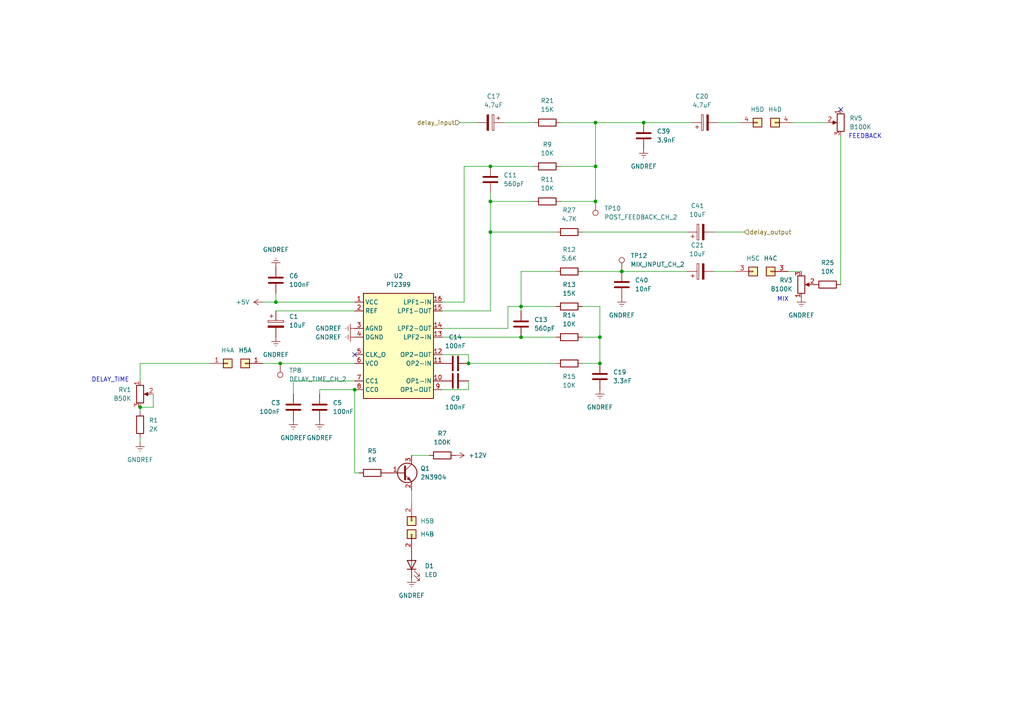
<source format=kicad_sch>
(kicad_sch (version 20231120) (generator "eeschema") (generator_version "8.0")
  (paper "A4")
  (lib_symbols
    (symbol "Audio:PT2399"
      (property "Reference" "U" (at 0 17.78 0))
      (property "Value" "PT2399" (at 0 -17.78 0))
      (symbol "PT2399_0_1"
        (rectangle (start -10.16 15.24) (end 10.16 -15.24) (stroke (width 0.254)) (fill (type background)))
      )
      (symbol "PT2399_1_1"
        (pin power_in line (at -12.7 12.7 0) (length 2.54) (name "VCC") (number "1"))
        (pin input line (at 12.7 -10.16 180) (length 2.54) (name "OP1-IN") (number "10"))
        (pin input line (at 12.7 -5.08 180) (length 2.54) (name "OP2-IN") (number "11"))
        (pin output line (at 12.7 -2.54 180) (length 2.54) (name "OP2-OUT") (number "12"))
        (pin input line (at 12.7 2.54 180) (length 2.54) (name "LPF2-IN") (number "13"))
        (pin output line (at 12.7 5.08 180) (length 2.54) (name "LPF2-OUT") (number "14"))
        (pin output line (at 12.7 10.16 180) (length 2.54) (name "LPF1-OUT") (number "15"))
        (pin input line (at 12.7 12.7 180) (length 2.54) (name "LPF1-IN") (number "16"))
        (pin passive line (at -12.7 10.16 0) (length 2.54) (name "REF") (number "2"))
        (pin power_in line (at -12.7 5.08 0) (length 2.54) (name "AGND") (number "3"))
        (pin power_in line (at -12.7 2.54 0) (length 2.54) (name "DGND") (number "4"))
        (pin passive line (at -12.7 -2.54 0) (length 2.54) (name "CLK_O") (number "5"))
        (pin passive line (at -12.7 -5.08 0) (length 2.54) (name "VCO") (number "6"))
        (pin passive line (at -12.7 -10.16 0) (length 2.54) (name "CC1") (number "7"))
        (pin passive line (at -12.7 -12.7 0) (length 2.54) (name "CC0") (number "8"))
        (pin output line (at 12.7 -12.7 180) (length 2.54) (name "OP1-OUT") (number "9"))
      )
    )
    (symbol "Connector:TestPoint" (pin_numbers hide) (pin_names (offset 0.762) hide)
      (property "Reference" "TP" (at 0 6.858 0))
      (property "Value" "TestPoint" (at 0 5.08 0))
      (symbol "TestPoint_0_1"
        (circle (center 0 3.302) (radius 0.762))
      )
      (symbol "TestPoint_1_1"
        (pin passive line (at 0 0 90) (length 2.54) (name "1") (number "1"))
      )
    )
    (symbol "Device:C" (pin_numbers hide) (pin_names (offset 0.254))
      (property "Reference" "C" (at 0.635 2.54 0))
      (property "Value" "C" (at 0.635 -2.54 0))
      (symbol "C_0_1"
        (polyline (pts (xy -2.032 -0.762) (xy 2.032 -0.762)) (stroke (width 0.508)))
        (polyline (pts (xy -2.032 0.762) (xy 2.032 0.762)) (stroke (width 0.508)))
      )
      (symbol "C_1_1"
        (pin passive line (at 0 3.81 270) (length 2.794) (name "~") (number "1"))
        (pin passive line (at 0 -3.81 90) (length 2.794) (name "~") (number "2"))
      )
    )
    (symbol "Device:C_Polarized" (pin_numbers hide) (pin_names (offset 0.254))
      (property "Reference" "C" (at 0.635 2.54 0))
      (property "Value" "C_Polarized" (at 0.635 -2.54 0))
      (symbol "C_Polarized_0_1"
        (rectangle (start -2.286 0.508) (end 2.286 1.016))
        (polyline (pts (xy -1.778 2.286) (xy -0.762 2.286)))
        (polyline (pts (xy -1.27 2.794) (xy -1.27 1.778)))
        (rectangle (start 2.286 -0.508) (end -2.286 -1.016) (fill (type outline)))
      )
      (symbol "C_Polarized_1_1"
        (pin passive line (at 0 3.81 270) (length 2.794) (name "~") (number "1"))
        (pin passive line (at 0 -3.81 90) (length 2.794) (name "~") (number "2"))
      )
    )
    (symbol "Device:R" (pin_numbers hide) (pin_names (offset 0))
      (property "Reference" "R" (at 2.032 0 90))
      (property "Value" "R" (at 0 0 90))
      (symbol "R_0_1"
        (rectangle (start -1.016 -2.54) (end 1.016 2.54) (stroke (width 0.254)))
      )
      (symbol "R_1_1"
        (pin passive line (at 0 3.81 270) (length 1.27) (name "~") (number "1"))
        (pin passive line (at 0 -3.81 90) (length 1.27) (name "~") (number "2"))
      )
    )
    (symbol "Transistor_BJT:MMBT3904" (pin_names (offset 0) hide)
      (property "Reference" "Q" (at 5.08 1.905 0))
      (property "Value" "MMBT3904" (at 5.08 0 0))
      (symbol "MMBT3904_0_1"
        (polyline (pts (xy 0.635 0.635) (xy 2.54 2.54)))
        (polyline (pts (xy 0.635 -0.635) (xy 2.54 -2.54) (xy 2.54 -2.54)))
        (polyline (pts (xy 0.635 1.905) (xy 0.635 -1.905) (xy 0.635 -1.905)) (stroke (width 0.508)))
        (polyline (pts (xy 1.27 -1.778) (xy 1.778 -1.27) (xy 2.286 -2.286) (xy 1.27 -1.778) (xy 1.27 -1.778)) (fill (type outline)))
        (circle (center 1.27 0) (radius 2.8194) (stroke (width 0.254)))
      )
      (symbol "MMBT3904_1_1"
        (pin input line (at -5.08 0 0) (length 5.715) (name "B") (number "1"))
        (pin passive line (at 2.54 -5.08 90) (length 2.54) (name "E") (number "2"))
        (pin passive line (at 2.54 5.08 270) (length 2.54) (name "C") (number "3"))
      )
    )
    (symbol "power:+12V" (power) (pin_numbers hide) (pin_names (offset 0) hide)
      (property "Value" "+12V" (at 0 3.556 0))
      (symbol "+12V_0_1"
        (polyline (pts (xy -0.762 1.27) (xy 0 2.54)))
        (polyline (pts (xy 0 0) (xy 0 2.54)))
        (polyline (pts (xy 0 2.54) (xy 0.762 1.27)))
      )
      (symbol "+12V_1_1"
        (pin power_in line (at 0 0 90) (length 0) (name "~") (number "1"))
      )
    )
    (symbol "power:+5V" (power) (pin_numbers hide) (pin_names (offset 0) hide)
      (property "Value" "+5V" (at 0 3.556 0))
      (symbol "+5V_0_1"
        (polyline (pts (xy -0.762 1.27) (xy 0 2.54)))
        (polyline (pts (xy 0 0) (xy 0 2.54)))
        (polyline (pts (xy 0 2.54) (xy 0.762 1.27)))
      )
      (symbol "+5V_1_1"
        (pin power_in line (at 0 0 90) (length 0) (name "~") (number "1"))
      )
    )
    (symbol "power:GNDREF" (power) (pin_numbers hide) (pin_names (offset 0) hide)
      (property "Value" "GNDREF" (at 0 -3.81 0))
      (symbol "GNDREF_0_1"
        (polyline (pts (xy -0.635 -1.905) (xy 0.635 -1.905)))
        (polyline (pts (xy -0.127 -2.54) (xy 0.127 -2.54)))
        (polyline (pts (xy 0 -1.27) (xy 0 0)))
        (polyline (pts (xy 1.27 -1.27) (xy -1.27 -1.27)))
      )
      (symbol "GNDREF_1_1"
        (pin power_in line (at 0 0 270) (length 0) (name "~") (number "1"))
      )
    )
    (symbol "synth:LED (3mm)" (pin_numbers hide) (pin_names (offset 1.016) hide)
      (property "Reference" "D" (at 0 2.54 0))
      (property "Value" "LED" (at 0 -2.54 0))
      (symbol "LED (3mm)_0_1"
        (polyline (pts (xy -1.27 -1.27) (xy -1.27 1.27)) (stroke (width 0.254)))
        (polyline (pts (xy -1.27 0) (xy 1.27 0)))
        (polyline (pts (xy 1.27 -1.27) (xy 1.27 1.27) (xy -1.27 0) (xy 1.27 -1.27)) (stroke (width 0.254)))
        (polyline (pts (xy -3.048 -0.762) (xy -4.572 -2.286) (xy -3.81 -2.286) (xy -4.572 -2.286) (xy -4.572 -1.524)))
        (polyline (pts (xy -1.778 -0.762) (xy -3.302 -2.286) (xy -2.54 -2.286) (xy -3.302 -2.286) (xy -3.302 -1.524)))
      )
      (symbol "LED (3mm)_1_1"
        (pin passive line (at -3.81 0 0) (length 2.54) (name "K") (number "1"))
        (pin passive line (at 3.81 0 180) (length 2.54) (name "A") (number "2"))
      )
    )
    (symbol "synth:PinHeader_01x04" (pin_names (offset 1.016) hide)
      (property "Reference" "H" (at 0 2.54 0))
      (property "Value" "PinHeader_01x04" (at 0 -2.54 0))
      (symbol "PinHeader_01x04_1_1"
        (rectangle (start -1.27 0.127) (end 0 -0.127) (stroke (width 0.1524)))
        (rectangle (start -1.27 1.27) (end 1.27 -1.27) (stroke (width 0.254)) (fill (type background)))
        (pin passive line (at -5.08 0 0) (length 3.81) (name "Pin_1") (number "1"))
      )
      (symbol "PinHeader_01x04_2_1"
        (rectangle (start -1.27 0.127) (end 0 -0.127) (stroke (width 0.1524)))
        (rectangle (start -1.27 1.27) (end 1.27 -1.27) (stroke (width 0.254)) (fill (type background)))
        (pin passive line (at -5.08 0 0) (length 3.81) (name "Pin_2") (number "2"))
      )
      (symbol "PinHeader_01x04_3_1"
        (rectangle (start -1.27 0.127) (end 0 -0.127) (stroke (width 0.1524)))
        (rectangle (start -1.27 1.27) (end 1.27 -1.27) (stroke (width 0.254)) (fill (type background)))
        (pin passive line (at -5.08 0 0) (length 3.81) (name "Pin_3") (number "3"))
      )
      (symbol "PinHeader_01x04_4_1"
        (rectangle (start -1.27 0.127) (end 0 -0.127) (stroke (width 0.1524)))
        (rectangle (start -1.27 1.27) (end 1.27 -1.27) (stroke (width 0.254)) (fill (type background)))
        (pin passive line (at -5.08 0 0) (length 3.81) (name "Pin_4") (number "4"))
      )
    )
    (symbol "synth:PinSocket_01x04" (pin_names (offset 1.016) hide)
      (property "Reference" "H" (at 0 2.54 0))
      (property "Value" "PinSocket_01x04" (at 0 -2.54 0))
      (symbol "PinSocket_01x04_1_1"
        (rectangle (start -1.27 0.127) (end 0 -0.127) (stroke (width 0.1524)))
        (rectangle (start -1.27 1.27) (end 1.27 -1.27) (stroke (width 0.254)) (fill (type background)))
        (pin passive line (at -5.08 0 0) (length 3.81) (name "Pin_1") (number "1"))
      )
      (symbol "PinSocket_01x04_2_1"
        (rectangle (start -1.27 0.127) (end 0 -0.127) (stroke (width 0.1524)))
        (rectangle (start -1.27 1.27) (end 1.27 -1.27) (stroke (width 0.254)) (fill (type background)))
        (pin passive line (at -5.08 0 0) (length 3.81) (name "Pin_2") (number "2"))
      )
      (symbol "PinSocket_01x04_3_1"
        (rectangle (start -1.27 0.127) (end 0 -0.127) (stroke (width 0.1524)))
        (rectangle (start -1.27 1.27) (end 1.27 -1.27) (stroke (width 0.254)) (fill (type background)))
        (pin passive line (at -5.08 0 0) (length 3.81) (name "Pin_3") (number "3"))
      )
      (symbol "PinSocket_01x04_4_1"
        (rectangle (start -1.27 0.127) (end 0 -0.127) (stroke (width 0.1524)))
        (rectangle (start -1.27 1.27) (end 1.27 -1.27) (stroke (width 0.254)) (fill (type background)))
        (pin passive line (at -5.08 0 0) (length 3.81) (name "Pin_4") (number "4"))
      )
    )
    (symbol "synth:R_Potentiometer (P0915N)" (pin_names (offset 1.016) hide)
      (property "Reference" "RV" (at -4.445 0 90))
      (property "Value" "R_Potentiometer" (at -2.54 0 90))
      (symbol "R_Potentiometer (P0915N)_0_1"
        (rectangle (start -1.016 2.54) (end 1.016 -2.54) (stroke (width 0.254)))
        (polyline (pts (xy 2.54 0) (xy 1.524 0)))
        (polyline (pts (xy 1.143 0) (xy 2.286 0.508) (xy 2.286 -0.508) (xy 1.143 0)) (fill (type outline)))
      )
      (symbol "R_Potentiometer (P0915N)_1_1"
        (pin passive line (at 0 3.81 270) (length 1.27) (name "1") (number "1"))
        (pin passive line (at 3.81 0 180) (length 1.27) (name "2") (number "2"))
        (pin passive line (at 0 -3.81 90) (length 1.27) (name "3") (number "3"))
      )
    )
  )
  (junction (at 172.72 48.26))
  (junction (at 142.24 58.42))
  (junction (at 173.99 97.79))
  (junction (at 40.64 118.11))
  (junction (at 186.69 35.56))
  (junction (at 142.24 48.26))
  (junction (at 80.01 87.63))
  (junction (at 151.13 88.9))
  (junction (at 173.99 105.41))
  (junction (at 142.24 67.31))
  (junction (at 135.89 105.41))
  (junction (at 81.28 105.41))
  (junction (at 172.72 35.56))
  (junction (at 151.13 97.79))
  (junction (at 172.72 58.42))
  (junction (at 180.34 78.74))
  (junction (at 102.87 113.03))
  (no_connect (at 102.87 102.87))
  (no_connect (at 243.84 31.75))
  (wire (pts (xy 151.13 78.74) (xy 151.13 88.9)))
  (wire (pts (xy 44.45 114.3) (xy 44.45 118.11)))
  (wire (pts (xy 92.71 113.03) (xy 102.87 113.03)))
  (wire (pts (xy 104.14 137.16) (xy 102.87 137.16)))
  (wire (pts (xy 80.01 85.09) (xy 80.01 87.63)))
  (wire (pts (xy 135.89 105.41) (xy 161.29 105.41)))
  (wire (pts (xy 134.62 48.26) (xy 142.24 48.26)))
  (wire (pts (xy 135.89 102.87) (xy 128.27 102.87)))
  (wire (pts (xy 142.24 67.31) (xy 161.29 67.31)))
  (wire (pts (xy 128.27 90.17) (xy 142.24 90.17)))
  (wire (pts (xy 172.72 35.56) (xy 172.72 48.26)))
  (wire (pts (xy 142.24 55.88) (xy 142.24 58.42)))
  (wire (pts (xy 40.64 128.27) (xy 40.64 127)))
  (wire (pts (xy 142.24 48.26) (xy 154.94 48.26)))
  (wire (pts (xy 133.35 35.56) (xy 138.43 35.56)))
  (wire (pts (xy 186.69 35.56) (xy 200.66 35.56)))
  (wire (pts (xy 134.62 87.63) (xy 128.27 87.63)))
  (wire (pts (xy 81.28 105.41) (xy 76.2 105.41)))
  (wire (pts (xy 162.56 58.42) (xy 172.72 58.42)))
  (wire (pts (xy 44.45 118.11) (xy 40.64 118.11)))
  (wire (pts (xy 180.34 78.74) (xy 199.39 78.74)))
  (wire (pts (xy 229.87 35.56) (xy 240.03 35.56)))
  (wire (pts (xy 243.84 82.55) (xy 243.84 39.37)))
  (wire (pts (xy 128.27 97.79) (xy 151.13 97.79)))
  (wire (pts (xy 161.29 78.74) (xy 151.13 78.74)))
  (wire (pts (xy 80.01 90.17) (xy 102.87 90.17)))
  (wire (pts (xy 81.28 105.41) (xy 102.87 105.41)))
  (wire (pts (xy 40.64 105.41) (xy 60.96 105.41)))
  (wire (pts (xy 151.13 97.79) (xy 161.29 97.79)))
  (wire (pts (xy 173.99 97.79) (xy 173.99 105.41)))
  (wire (pts (xy 80.01 87.63) (xy 102.87 87.63)))
  (wire (pts (xy 162.56 48.26) (xy 172.72 48.26)))
  (wire (pts (xy 151.13 88.9) (xy 151.13 90.17)))
  (wire (pts (xy 146.05 35.56) (xy 154.94 35.56)))
  (wire (pts (xy 85.09 114.3) (xy 85.09 110.49)))
  (wire (pts (xy 161.29 88.9) (xy 151.13 88.9)))
  (wire (pts (xy 172.72 35.56) (xy 186.69 35.56)))
  (wire (pts (xy 207.01 78.74) (xy 213.36 78.74)))
  (wire (pts (xy 40.64 110.49) (xy 40.64 105.41)))
  (wire (pts (xy 162.56 35.56) (xy 172.72 35.56)))
  (wire (pts (xy 172.72 48.26) (xy 172.72 58.42)))
  (wire (pts (xy 207.01 67.31) (xy 215.9 67.31)))
  (wire (pts (xy 173.99 88.9) (xy 173.99 97.79)))
  (wire (pts (xy 76.2 87.63) (xy 80.01 87.63)))
  (wire (pts (xy 147.32 95.25) (xy 147.32 88.9)))
  (wire (pts (xy 40.64 119.38) (xy 40.64 118.11)))
  (wire (pts (xy 124.46 132.08) (xy 119.38 132.08)))
  (wire (pts (xy 135.89 102.87) (xy 135.89 105.41)))
  (wire (pts (xy 168.91 78.74) (xy 180.34 78.74)))
  (wire (pts (xy 147.32 88.9) (xy 151.13 88.9)))
  (wire (pts (xy 119.38 146.05) (xy 119.38 142.24)))
  (wire (pts (xy 135.89 113.03) (xy 128.27 113.03)))
  (wire (pts (xy 168.91 88.9) (xy 173.99 88.9)))
  (wire (pts (xy 135.89 110.49) (xy 135.89 113.03)))
  (wire (pts (xy 85.09 110.49) (xy 102.87 110.49)))
  (wire (pts (xy 208.28 35.56) (xy 214.63 35.56)))
  (wire (pts (xy 142.24 58.42) (xy 154.94 58.42)))
  (wire (pts (xy 173.99 105.41) (xy 168.91 105.41)))
  (wire (pts (xy 168.91 67.31) (xy 199.39 67.31)))
  (wire (pts (xy 102.87 113.03) (xy 102.87 137.16)))
  (wire (pts (xy 228.6 78.74) (xy 232.41 78.74)))
  (wire (pts (xy 128.27 95.25) (xy 147.32 95.25)))
  (wire (pts (xy 134.62 87.63) (xy 134.62 48.26)))
  (wire (pts (xy 142.24 58.42) (xy 142.24 67.31)))
  (wire (pts (xy 168.91 97.79) (xy 173.99 97.79)))
  (wire (pts (xy 142.24 67.31) (xy 142.24 90.17)))
  (wire (pts (xy 92.71 114.3) (xy 92.71 113.03)))
  (text "MIX" (at 227.076 86.868 0) (effects (font (size 1.27 1.27))))
  (text "FEEDBACK" (at 250.952 39.624 0) (effects (font (size 1.27 1.27))))
  (text "DELAY_TIME" (at 32.004 110.236 0) (effects (font (size 1.27 1.27))))
  (hierarchical_label "delay_input" (shape input) (at 133.35 35.56 180))
  (hierarchical_label "delay_output" (shape input) (at 215.9 67.31 0))
  (symbol (lib_id "Device:R") (at 165.1 67.31 90) (unit 1)
    (property "Reference" "R27" (at 165.1 60.96 90))
    (property "Value" "4.7K" (at 165.1 63.5 90))
    (property "Footprint" "Resistor_SMD:R_0805_2012Metric_Pad1.20x1.40mm_HandSolder" (effects (hide yes)))
    (property "Description" "Resistor" (effects (hide yes)))
  )
  (symbol (lib_id "Device:R") (at 240.03 82.55 270) (unit 1)
    (property "Reference" "R25" (at 240.03 76.2 90))
    (property "Value" "10K" (at 240.03 78.74 90))
    (property "Footprint" "Resistor_SMD:R_0805_2012Metric_Pad1.20x1.40mm_HandSolder" (effects (hide yes)))
    (property "Description" "Resistor" (effects (hide yes)))
  )
  (symbol (lib_id "Device:C") (at 180.34 82.55 0) (unit 1)
    (property "Reference" "C40" (at 184.15 81.2799 0) (effects (justify left)))
    (property "Value" "10nF" (at 184.15 83.8199 0) (effects (justify left)))
    (property "Footprint" "Capacitor_SMD:C_0805_2012Metric_Pad1.18x1.45mm_HandSolder" (effects (hide yes)))
    (property "Description" "Unpolarized capacitor" (effects (hide yes)))
  )
  (symbol (lib_id "power:GNDREF") (at 80.01 97.79 0) (unit 1)
    (property "Reference" "#PWR06" (effects (hide yes)))
    (property "Value" "GNDREF" (at 80.01 102.87 0))
    (property "Description" "Power symbol creates a global label with name \"GNDREF\" , reference supply ground" (effects (hide yes)))
  )
  (symbol (lib_id "synth:R_Potentiometer (P0915N)") (at 40.64 114.3 0) (unit 1)
    (property "Reference" "RV1" (at 38.1 113.0299 0) (effects (justify right)))
    (property "Value" "B50K" (at 38.1 115.5699 0) (effects (justify right)))
    (property "Footprint" "Synth:Potentiometer_TT_P0915N" (effects (hide yes)))
    (property "Description" "Potentiometer" (effects (hide yes)))
  )
  (symbol (lib_id "synth:PinSocket_01x04") (at 119.38 151.13 270) (unit 2)
    (property "Reference" "H5" (at 121.92 151.1299 90) (effects (justify left)))
    (property "Value" "PinSocket_01x04" (effects (hide yes)))
    (property "Footprint" "Synth:PinSocket_1x04_P2.54mm_Vertical" (effects (hide yes)))
    (property "Description" "Generic connector, single row, 01x01, script generated (kicad-library-utils/schlib/autogen/connector/)" (effects (hide yes)))
  )
  (symbol (lib_id "Device:C_Polarized") (at 142.24 35.56 270) (unit 1)
    (property "Reference" "C17" (at 143.129 27.94 90))
    (property "Value" "4.7uF" (at 143.129 30.48 90))
    (property "Footprint" "Capacitor_THT:CP_Radial_D4.0mm_P2.00mm" (effects (hide yes)))
    (property "Description" "Polarized capacitor" (effects (hide yes)))
  )
  (symbol (lib_id "Device:C_Polarized") (at 203.2 67.31 90) (unit 1)
    (property "Reference" "C41" (at 202.311 59.69 90))
    (property "Value" "10uF" (at 202.311 62.23 90))
    (property "Footprint" "Capacitor_THT:CP_Radial_D4.0mm_P2.00mm" (effects (hide yes)))
    (property "Description" "Polarized capacitor" (effects (hide yes)))
  )
  (symbol (lib_id "power:GNDREF") (at 180.34 86.36 0) (unit 1)
    (property "Reference" "#PWR063" (effects (hide yes)))
    (property "Value" "GNDREF" (at 180.34 91.44 0))
    (property "Description" "Power symbol creates a global label with name \"GNDREF\" , reference supply ground" (effects (hide yes)))
  )
  (symbol (lib_id "power:GNDREF") (at 85.09 121.92 0) (unit 1)
    (property "Reference" "#PWR09" (effects (hide yes)))
    (property "Value" "GNDREF" (at 85.09 127 0))
    (property "Description" "Power symbol creates a global label with name \"GNDREF\" , reference supply ground" (effects (hide yes)))
  )
  (symbol (lib_id "power:GNDREF") (at 186.69 43.18 0) (unit 1)
    (property "Reference" "#PWR062" (effects (hide yes)))
    (property "Value" "GNDREF" (at 186.69 48.26 0))
    (property "Description" "Power symbol creates a global label with name \"GNDREF\" , reference supply ground" (effects (hide yes)))
  )
  (symbol (lib_id "synth:LED (3mm)") (at 119.38 163.83 90) (unit 1)
    (property "Reference" "D1" (at 123.19 164.1474 90) (effects (justify right)))
    (property "Value" "LED" (at 123.19 166.6874 90) (effects (justify right)))
    (property "Footprint" "Synth:LED_D3.0mm" (effects (hide yes)))
    (property "Description" "Light emitting diode" (effects (hide yes)))
  )
  (symbol (lib_id "Device:R") (at 165.1 105.41 90) (unit 1)
    (property "Reference" "R15" (at 165.1 109.22 90))
    (property "Value" "10K" (at 165.1 111.76 90))
    (property "Footprint" "Resistor_SMD:R_0805_2012Metric_Pad1.20x1.40mm_HandSolder" (effects (hide yes)))
    (property "Description" "Resistor" (effects (hide yes)))
  )
  (symbol (lib_id "synth:PinSocket_01x04") (at 71.12 105.41 180) (unit 1)
    (property "Reference" "H5" (at 71.12 101.6 0))
    (property "Value" "PinSocket_01x04" (effects (hide yes)))
    (property "Footprint" "Synth:PinSocket_1x04_P2.54mm_Vertical" (effects (hide yes)))
    (property "Description" "Generic connector, single row, 01x01, script generated (kicad-library-utils/schlib/autogen/connector/)" (effects (hide yes)))
  )
  (symbol (lib_id "power:GNDREF") (at 232.41 86.36 0) (unit 1)
    (property "Reference" "#PWR052" (effects (hide yes)))
    (property "Value" "GNDREF" (at 232.41 91.44 0))
    (property "Description" "Power symbol creates a global label with name \"GNDREF\" , reference supply ground" (effects (hide yes)))
  )
  (symbol (lib_id "Device:C") (at 85.09 118.11 0) (unit 1)
    (property "Reference" "C3" (at 81.28 116.8399 0) (effects (justify right)))
    (property "Value" "100nF" (at 81.28 119.3799 0) (effects (justify right)))
    (property "Footprint" "Capacitor_SMD:C_0805_2012Metric_Pad1.18x1.45mm_HandSolder" (effects (hide yes)))
    (property "Description" "Unpolarized capacitor" (effects (hide yes)))
  )
  (symbol (lib_id "Device:C") (at 132.08 110.49 90) (unit 1)
    (property "Reference" "C9" (at 132.08 115.57 90))
    (property "Value" "100nF" (at 132.08 118.11 90))
    (property "Footprint" "Capacitor_SMD:C_0805_2012Metric_Pad1.18x1.45mm_HandSolder" (effects (hide yes)))
    (property "Description" "Unpolarized capacitor" (effects (hide yes)))
  )
  (symbol (lib_id "power:GNDREF") (at 173.99 113.03 0) (unit 1)
    (property "Reference" "#PWR051" (effects (hide yes)))
    (property "Value" "GNDREF" (at 173.99 118.11 0))
    (property "Description" "Power symbol creates a global label with name \"GNDREF\" , reference supply ground" (effects (hide yes)))
  )
  (symbol (lib_id "Device:C") (at 151.13 93.98 0) (unit 1)
    (property "Reference" "C13" (at 154.94 92.7099 0) (effects (justify left)))
    (property "Value" "560pF" (at 154.94 95.2499 0) (effects (justify left)))
    (property "Footprint" "Capacitor_SMD:C_0805_2012Metric_Pad1.18x1.45mm_HandSolder" (effects (hide yes)))
    (property "Description" "Unpolarized capacitor" (effects (hide yes)))
  )
  (symbol (lib_id "power:+12V") (at 132.08 132.08 270) (unit 1)
    (property "Reference" "#PWR022" (effects (hide yes)))
    (property "Value" "+12V" (at 135.89 132.0799 90) (effects (justify left)))
    (property "Description" "Power symbol creates a global label with name \"+12V\"" (effects (hide yes)))
  )
  (symbol (lib_id "Device:R") (at 165.1 97.79 90) (unit 1)
    (property "Reference" "R14" (at 165.1 91.44 90))
    (property "Value" "10K" (at 165.1 93.98 90))
    (property "Footprint" "Resistor_SMD:R_0805_2012Metric_Pad1.20x1.40mm_HandSolder" (effects (hide yes)))
    (property "Description" "Resistor" (effects (hide yes)))
  )
  (symbol (lib_id "Device:C") (at 173.99 109.22 0) (unit 1)
    (property "Reference" "C19" (at 177.8 107.9499 0) (effects (justify left)))
    (property "Value" "3.3nF" (at 177.8 110.4899 0) (effects (justify left)))
    (property "Footprint" "Capacitor_SMD:C_0805_2012Metric_Pad1.18x1.45mm_HandSolder" (effects (hide yes)))
    (property "Description" "Unpolarized capacitor" (effects (hide yes)))
  )
  (symbol (lib_id "power:GNDREF") (at 119.38 167.64 0) (unit 1)
    (property "Reference" "#PWR019" (effects (hide yes)))
    (property "Value" "GNDREF" (at 119.38 172.72 0))
    (property "Description" "Power symbol creates a global label with name \"GNDREF\" , reference supply ground" (effects (hide yes)))
  )
  (symbol (lib_id "Transistor_BJT:MMBT3904") (at 116.84 137.16 0) (unit 1)
    (property "Reference" "Q1" (at 121.92 135.8899 0) (effects (justify left)))
    (property "Value" "2N3904" (at 121.92 138.4299 0) (effects (justify left)))
    (property "Footprint" "Package_TO_SOT_SMD:SOT-23" (effects (hide yes)))
    (property "Datasheet" "https://www.onsemi.com/pdf/datasheet/pzt3904-d.pdf" (effects (hide yes)))
    (property "Description" "0.2A Ic, 40V Vce, Small Signal NPN Transistor, SOT-23" (effects (hide yes)))
  )
  (symbol (lib_id "synth:R_Potentiometer (P0915N)") (at 243.84 35.56 0) (mirror y) (unit 1)
    (property "Reference" "RV5" (at 246.38 34.2899 0) (effects (justify right)))
    (property "Value" "B100K" (at 246.38 36.8299 0) (effects (justify right)))
    (property "Footprint" "Synth:Potentiometer_TT_P0915N" (effects (hide yes)))
    (property "Description" "Potentiometer" (effects (hide yes)))
  )
  (symbol (lib_id "Device:R") (at 158.75 58.42 90) (unit 1)
    (property "Reference" "R11" (at 158.75 52.07 90))
    (property "Value" "10K" (at 158.75 54.61 90))
    (property "Footprint" "Resistor_SMD:R_0805_2012Metric_Pad1.20x1.40mm_HandSolder" (effects (hide yes)))
    (property "Description" "Resistor" (effects (hide yes)))
  )
  (symbol (lib_id "Device:R") (at 128.27 132.08 90) (unit 1)
    (property "Reference" "R7" (at 128.27 125.73 90))
    (property "Value" "100K" (at 128.27 128.27 90))
    (property "Footprint" "Resistor_SMD:R_0805_2012Metric_Pad1.20x1.40mm_HandSolder" (effects (hide yes)))
    (property "Description" "Resistor" (effects (hide yes)))
  )
  (symbol (lib_id "Device:R") (at 165.1 88.9 90) (unit 1)
    (property "Reference" "R13" (at 165.1 82.55 90))
    (property "Value" "15K" (at 165.1 85.09 90))
    (property "Footprint" "Resistor_SMD:R_0805_2012Metric_Pad1.20x1.40mm_HandSolder" (effects (hide yes)))
    (property "Description" "Resistor" (effects (hide yes)))
  )
  (symbol (lib_id "Device:C") (at 142.24 52.07 0) (unit 1)
    (property "Reference" "C11" (at 146.05 50.7999 0) (effects (justify left)))
    (property "Value" "560pF" (at 146.05 53.3399 0) (effects (justify left)))
    (property "Footprint" "Capacitor_SMD:C_0805_2012Metric_Pad1.18x1.45mm_HandSolder" (effects (hide yes)))
    (property "Description" "Unpolarized capacitor" (effects (hide yes)))
  )
  (symbol (lib_id "synth:PinHeader_01x04") (at 224.79 35.56 180) (unit 4)
    (property "Reference" "H4" (at 224.79 31.75 0))
    (property "Value" "PinHeader_01x04" (effects (hide yes)))
    (property "Footprint" "Synth:PinHeader_1x04_P2.54mm_Vertical" (effects (hide yes)))
    (property "Description" "Generic connector, single row, 01x01, script generated (kicad-library-utils/schlib/autogen/connector/)" (effects (hide yes)))
  )
  (symbol (lib_id "Connector:TestPoint") (at 172.72 58.42 180) (unit 1) (in_bom no)
    (property "Reference" "TP10" (at 175.26 60.4519 0) (effects (justify right)))
    (property "Value" "POST_FEEDBACK_CH_2" (at 175.26 62.9919 0) (effects (justify right)))
    (property "Footprint" "Connector_Pin:Pin_D1.0mm_L10.0mm" (effects (hide yes)))
    (property "Description" "test point" (effects (hide yes)))
  )
  (symbol (lib_id "Device:C_Polarized") (at 204.47 35.56 90) (unit 1)
    (property "Reference" "C20" (at 203.581 27.94 90))
    (property "Value" "4.7uF" (at 203.581 30.48 90))
    (property "Footprint" "Capacitor_THT:CP_Radial_D4.0mm_P2.00mm" (effects (hide yes)))
    (property "Description" "Polarized capacitor" (effects (hide yes)))
  )
  (symbol (lib_id "Connector:TestPoint") (at 180.34 78.74 0) (unit 1) (in_bom no)
    (property "Reference" "TP12" (at 182.88 74.1679 0) (effects (justify left)))
    (property "Value" "MIX_INPUT_CH_2" (at 182.88 76.7079 0) (effects (justify left)))
    (property "Footprint" "Connector_Pin:Pin_D1.0mm_L10.0mm" (effects (hide yes)))
    (property "Description" "test point" (effects (hide yes)))
  )
  (symbol (lib_id "power:GNDREF") (at 102.87 95.25 270) (unit 1)
    (property "Reference" "#PWR061" (effects (hide yes)))
    (property "Value" "GNDREF" (at 99.06 95.2499 90) (effects (justify right)))
    (property "Description" "Power symbol creates a global label with name \"GNDREF\" , reference supply ground" (effects (hide yes)))
  )
  (symbol (lib_id "synth:PinSocket_01x04") (at 219.71 35.56 0) (unit 4)
    (property "Reference" "H5" (at 219.71 31.75 0))
    (property "Value" "PinSocket_01x04" (effects (hide yes)))
    (property "Footprint" "Synth:PinSocket_1x04_P2.54mm_Vertical" (effects (hide yes)))
    (property "Description" "Generic connector, single row, 01x01, script generated (kicad-library-utils/schlib/autogen/connector/)" (effects (hide yes)))
  )
  (symbol (lib_id "power:GNDREF") (at 40.64 128.27 0) (unit 1)
    (property "Reference" "#PWR01" (effects (hide yes)))
    (property "Value" "GNDREF" (at 40.64 133.35 0))
    (property "Description" "Power symbol creates a global label with name \"GNDREF\" , reference supply ground" (effects (hide yes)))
  )
  (symbol (lib_id "Audio:PT2399") (at 115.57 100.33 0) (unit 1)
    (property "Reference" "U2" (at 115.57 80.01 0))
    (property "Value" "PT2399" (at 115.57 82.55 0))
    (property "Footprint" "Package_DIP:DIP-16_W7.62mm_Socket_LongPads" (effects (hide yes)))
    (property "Datasheet" "http://www.princeton.com.tw/Portals/0/Product/PT2399_1.pdf" (effects (hide yes)))
    (property "Description" "Echo Processor IC, DIP-16" (effects (hide yes)))
  )
  (symbol (lib_id "synth:PinHeader_01x04") (at 223.52 78.74 180) (unit 3)
    (property "Reference" "H4" (at 223.52 74.93 0))
    (property "Value" "PinHeader_01x04" (effects (hide yes)))
    (property "Footprint" "Synth:PinHeader_1x04_P2.54mm_Vertical" (effects (hide yes)))
    (property "Description" "Generic connector, single row, 01x01, script generated (kicad-library-utils/schlib/autogen/connector/)" (effects (hide yes)))
  )
  (symbol (lib_id "Device:R") (at 158.75 48.26 90) (unit 1)
    (property "Reference" "R9" (at 158.75 41.91 90))
    (property "Value" "10K" (at 158.75 44.45 90))
    (property "Footprint" "Resistor_SMD:R_0805_2012Metric_Pad1.20x1.40mm_HandSolder" (effects (hide yes)))
    (property "Description" "Resistor" (effects (hide yes)))
  )
  (symbol (lib_id "Device:R") (at 158.75 35.56 90) (unit 1)
    (property "Reference" "R21" (at 158.75 29.21 90))
    (property "Value" "15K" (at 158.75 31.75 90))
    (property "Footprint" "Resistor_SMD:R_0805_2012Metric_Pad1.20x1.40mm_HandSolder" (effects (hide yes)))
    (property "Description" "Resistor" (effects (hide yes)))
  )
  (symbol (lib_id "Device:R") (at 107.95 137.16 90) (unit 1)
    (property "Reference" "R5" (at 107.95 130.81 90))
    (property "Value" "1K" (at 107.95 133.35 90))
    (property "Footprint" "Resistor_SMD:R_0805_2012Metric_Pad1.20x1.40mm_HandSolder" (effects (hide yes)))
    (property "Description" "Resistor" (effects (hide yes)))
  )
  (symbol (lib_id "synth:PinSocket_01x04") (at 218.44 78.74 0) (unit 3)
    (property "Reference" "H5" (at 218.44 74.93 0))
    (property "Value" "PinSocket_01x04" (effects (hide yes)))
    (property "Footprint" "Synth:PinSocket_1x04_P2.54mm_Vertical" (effects (hide yes)))
    (property "Description" "Generic connector, single row, 01x01, script generated (kicad-library-utils/schlib/autogen/connector/)" (effects (hide yes)))
  )
  (symbol (lib_id "synth:PinHeader_01x04") (at 66.04 105.41 0) (unit 1)
    (property "Reference" "H4" (at 66.04 101.6 0))
    (property "Value" "PinHeader_01x04" (effects (hide yes)))
    (property "Footprint" "Synth:PinHeader_1x04_P2.54mm_Vertical" (effects (hide yes)))
    (property "Description" "Generic connector, single row, 01x01, script generated (kicad-library-utils/schlib/autogen/connector/)" (effects (hide yes)))
  )
  (symbol (lib_id "Device:C") (at 92.71 118.11 0) (unit 1)
    (property "Reference" "C5" (at 96.52 116.8399 0) (effects (justify left)))
    (property "Value" "100nF" (at 96.52 119.3799 0) (effects (justify left)))
    (property "Footprint" "Capacitor_SMD:C_0805_2012Metric_Pad1.18x1.45mm_HandSolder" (effects (hide yes)))
    (property "Description" "Unpolarized capacitor" (effects (hide yes)))
  )
  (symbol (lib_id "Device:C") (at 80.01 81.28 0) (unit 1)
    (property "Reference" "C6" (at 83.82 80.0099 0) (effects (justify left)))
    (property "Value" "100nF" (at 83.82 82.5499 0) (effects (justify left)))
    (property "Footprint" "Capacitor_SMD:C_0805_2012Metric_Pad1.18x1.45mm_HandSolder" (effects (hide yes)))
    (property "Description" "Unpolarized capacitor" (effects (hide yes)))
  )
  (symbol (lib_id "synth:PinHeader_01x04") (at 119.38 154.94 90) (unit 2)
    (property "Reference" "H4" (at 121.92 154.9399 90) (effects (justify right)))
    (property "Value" "PinHeader_01x04" (effects (hide yes)))
    (property "Footprint" "Synth:PinHeader_1x04_P2.54mm_Vertical" (effects (hide yes)))
    (property "Description" "Generic connector, single row, 01x01, script generated (kicad-library-utils/schlib/autogen/connector/)" (effects (hide yes)))
  )
  (symbol (lib_id "power:GNDREF") (at 80.01 77.47 180) (unit 1)
    (property "Reference" "#PWR015" (effects (hide yes)))
    (property "Value" "GNDREF" (at 80.01 72.39 0))
    (property "Description" "Power symbol creates a global label with name \"GNDREF\" , reference supply ground" (effects (hide yes)))
  )
  (symbol (lib_id "Connector:TestPoint") (at 81.28 105.41 180) (unit 1) (in_bom no)
    (property "Reference" "TP8" (at 83.82 107.4419 0) (effects (justify right)))
    (property "Value" "DELAY_TIME_CH_2" (at 83.82 109.9819 0) (effects (justify right)))
    (property "Footprint" "Connector_Pin:Pin_D1.0mm_L10.0mm" (effects (hide yes)))
    (property "Description" "test point" (effects (hide yes)))
  )
  (symbol (lib_id "power:+5V") (at 76.2 87.63 90) (unit 1)
    (property "Reference" "#PWR013" (effects (hide yes)))
    (property "Value" "+5V" (at 72.39 87.6299 90) (effects (justify left)))
    (property "Description" "Power symbol creates a global label with name \"+5V\"" (effects (hide yes)))
  )
  (symbol (lib_id "Device:C_Polarized") (at 80.01 93.98 0) (unit 1)
    (property "Reference" "C1" (at 83.82 91.8209 0) (effects (justify left)))
    (property "Value" "10uF" (at 83.82 94.3609 0) (effects (justify left)))
    (property "Footprint" "Capacitor_THT:CP_Radial_D4.0mm_P2.00mm" (effects (hide yes)))
    (property "Description" "Polarized capacitor" (effects (hide yes)))
  )
  (symbol (lib_id "power:GNDREF") (at 92.71 121.92 0) (unit 1)
    (property "Reference" "#PWR010" (effects (hide yes)))
    (property "Value" "GNDREF" (at 92.71 127 0))
    (property "Description" "Power symbol creates a global label with name \"GNDREF\" , reference supply ground" (effects (hide yes)))
  )
  (symbol (lib_id "Device:C_Polarized") (at 203.2 78.74 90) (unit 1)
    (property "Reference" "C21" (at 202.311 71.12 90))
    (property "Value" "10uF" (at 202.311 73.66 90))
    (property "Footprint" "Capacitor_THT:CP_Radial_D4.0mm_P2.00mm" (effects (hide yes)))
    (property "Description" "Polarized capacitor" (effects (hide yes)))
  )
  (symbol (lib_id "Device:C") (at 132.08 105.41 90) (unit 1)
    (property "Reference" "C14" (at 132.08 97.79 90))
    (property "Value" "100nF" (at 132.08 100.33 90))
    (property "Footprint" "Capacitor_SMD:C_0805_2012Metric_Pad1.18x1.45mm_HandSolder" (effects (hide yes)))
    (property "Description" "Unpolarized capacitor" (effects (hide yes)))
  )
  (symbol (lib_id "Device:R") (at 40.64 123.19 180) (unit 1)
    (property "Reference" "R1" (at 43.18 121.9199 0) (effects (justify right)))
    (property "Value" "2K" (at 43.18 124.4599 0) (effects (justify right)))
    (property "Footprint" "Resistor_SMD:R_0805_2012Metric_Pad1.20x1.40mm_HandSolder" (effects (hide yes)))
    (property "Description" "Resistor" (effects (hide yes)))
  )
  (symbol (lib_id "Device:R") (at 165.1 78.74 90) (unit 1)
    (property "Reference" "R12" (at 165.1 72.39 90))
    (property "Value" "5.6K" (at 165.1 74.93 90))
    (property "Footprint" "Resistor_SMD:R_0805_2012Metric_Pad1.20x1.40mm_HandSolder" (effects (hide yes)))
    (property "Description" "Resistor" (effects (hide yes)))
  )
  (symbol (lib_id "Device:C") (at 186.69 39.37 0) (unit 1)
    (property "Reference" "C39" (at 190.5 38.0999 0) (effects (justify left)))
    (property "Value" "3.9nF" (at 190.5 40.6399 0) (effects (justify left)))
    (property "Footprint" "Capacitor_SMD:C_0805_2012Metric_Pad1.18x1.45mm_HandSolder" (effects (hide yes)))
    (property "Description" "Unpolarized capacitor" (effects (hide yes)))
  )
  (symbol (lib_id "synth:R_Potentiometer (P0915N)") (at 232.41 82.55 0) (mirror x) (unit 1)
    (property "Reference" "RV3" (at 229.87 81.2799 0) (effects (justify right)))
    (property "Value" "B100K" (at 229.87 83.8199 0) (effects (justify right)))
    (property "Footprint" "Synth:Potentiometer_TT_P0915N" (effects (hide yes)))
    (property "Description" "Potentiometer" (effects (hide yes)))
  )
  (symbol (lib_id "power:GNDREF") (at 102.87 97.79 270) (unit 1)
    (property "Reference" "#PWR017" (effects (hide yes)))
    (property "Value" "GNDREF" (at 99.06 97.7899 90) (effects (justify right)))
    (property "Description" "Power symbol creates a global label with name \"GNDREF\" , reference supply ground" (effects (hide yes)))
  )
)
</source>
